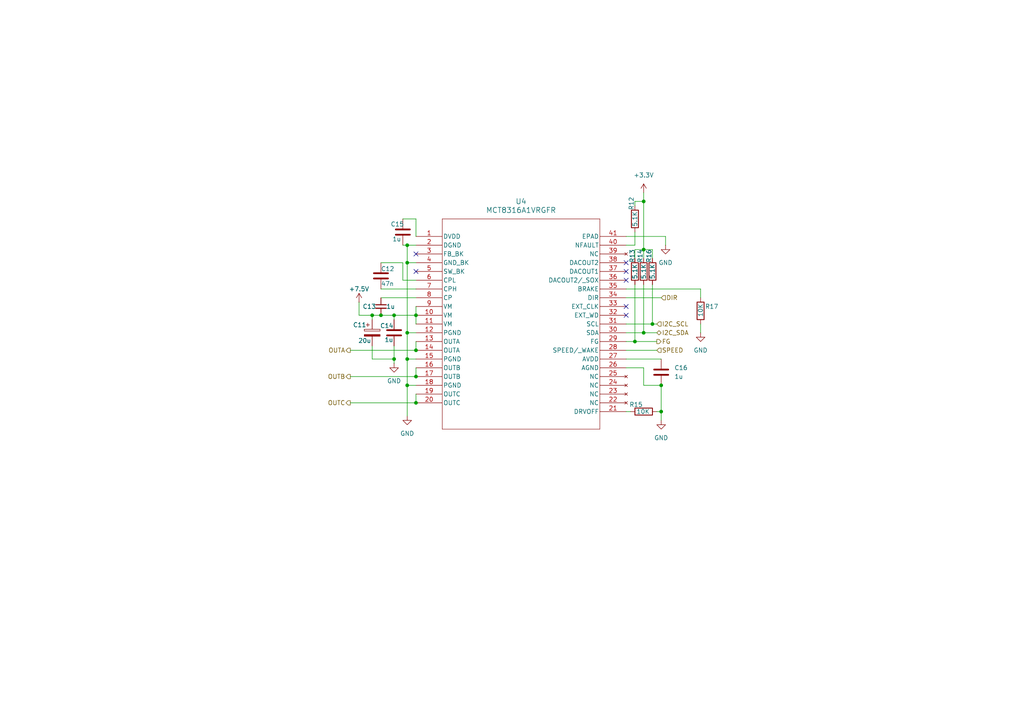
<source format=kicad_sch>
(kicad_sch (version 20231120) (generator "eeschema") (generator_version "8.0")
  (paper "A4")
  (lib_symbols
    (symbol "Device:C" (pin_numbers hide) (pin_names (offset 0.254))
      (property "Reference" "C" (at 0.635 2.54 0))
      (property "Value" "C" (at 0.635 -2.54 0))
      (symbol "C_0_1"
        (polyline (pts (xy -2.032 -0.762) (xy 2.032 -0.762)) (stroke (width 0.508)))
        (polyline (pts (xy -2.032 0.762) (xy 2.032 0.762)) (stroke (width 0.508)))
      )
      (symbol "C_1_1"
        (pin passive line (at 0 3.81 270) (length 2.794) (name "~") (number "1"))
        (pin passive line (at 0 -3.81 90) (length 2.794) (name "~") (number "2"))
      )
    )
    (symbol "Device:C_Polarized" (pin_numbers hide) (pin_names (offset 0.254))
      (property "Reference" "C" (at 0.635 2.54 0))
      (property "Value" "C_Polarized" (at 0.635 -2.54 0))
      (symbol "C_Polarized_0_1"
        (rectangle (start -2.286 0.508) (end 2.286 1.016))
        (polyline (pts (xy -1.778 2.286) (xy -0.762 2.286)))
        (polyline (pts (xy -1.27 2.794) (xy -1.27 1.778)))
        (rectangle (start 2.286 -0.508) (end -2.286 -1.016) (fill (type outline)))
      )
      (symbol "C_Polarized_1_1"
        (pin passive line (at 0 3.81 270) (length 2.794) (name "~") (number "1"))
        (pin passive line (at 0 -3.81 90) (length 2.794) (name "~") (number "2"))
      )
    )
    (symbol "Device:C_Small" (pin_numbers hide) (pin_names (offset 0.254) hide)
      (property "Reference" "C" (at 0.254 1.778 0))
      (property "Value" "C_Small" (at 0.254 -2.032 0))
      (symbol "C_Small_0_1"
        (polyline (pts (xy -1.524 -0.508) (xy 1.524 -0.508)) (stroke (width 0.3302)))
        (polyline (pts (xy -1.524 0.508) (xy 1.524 0.508)) (stroke (width 0.3048)))
      )
      (symbol "C_Small_1_1"
        (pin passive line (at 0 2.54 270) (length 2.032) (name "~") (number "1"))
        (pin passive line (at 0 -2.54 90) (length 2.032) (name "~") (number "2"))
      )
    )
    (symbol "Device:R" (pin_numbers hide) (pin_names (offset 0))
      (property "Reference" "R" (at 2.032 0 90))
      (property "Value" "R" (at 0 0 90))
      (symbol "R_0_1"
        (rectangle (start -1.016 -2.54) (end 1.016 2.54) (stroke (width 0.254)))
      )
      (symbol "R_1_1"
        (pin passive line (at 0 3.81 270) (length 1.27) (name "~") (number "1"))
        (pin passive line (at 0 -3.81 90) (length 1.27) (name "~") (number "2"))
      )
    )
    (symbol "MCT8316:MCT8316A1VRGFR" (pin_names (offset 0.254))
      (property "Reference" "U" (at 30.48 10.16 0))
      (property "Value" "MCT8316A1VRGFR" (at 30.48 7.62 0))
      (symbol "MCT8316A1VRGFR_0_1"
        (polyline (pts (xy 7.62 -55.88) (xy 53.34 -55.88)) (stroke (width 0.127)))
        (polyline (pts (xy 7.62 5.08) (xy 7.62 -55.88)) (stroke (width 0.127)))
        (polyline (pts (xy 53.34 -55.88) (xy 53.34 5.08)) (stroke (width 0.127)))
        (polyline (pts (xy 53.34 5.08) (xy 7.62 5.08)) (stroke (width 0.127)))
        (pin power_in line (at 0 0 0) (length 7.62) (name "DVDD") (number "1"))
        (pin input line (at 0 -22.86 0) (length 7.62) (name "VM") (number "10"))
        (pin input line (at 0 -25.4 0) (length 7.62) (name "VM") (number "11"))
        (pin power_out line (at 0 -27.94 0) (length 7.62) (name "PGND") (number "12"))
        (pin output line (at 0 -30.48 0) (length 7.62) (name "OUTA") (number "13"))
        (pin output line (at 0 -33.02 0) (length 7.62) (name "OUTA") (number "14"))
        (pin power_out line (at 0 -35.56 0) (length 7.62) (name "PGND") (number "15"))
        (pin output line (at 0 -38.1 0) (length 7.62) (name "OUTB") (number "16"))
        (pin output line (at 0 -40.64 0) (length 7.62) (name "OUTB") (number "17"))
        (pin power_out line (at 0 -43.18 0) (length 7.62) (name "PGND") (number "18"))
        (pin output line (at 0 -45.72 0) (length 7.62) (name "OUTC") (number "19"))
        (pin power_out line (at 0 -2.54 0) (length 7.62) (name "DGND") (number "2"))
        (pin output line (at 0 -48.26 0) (length 7.62) (name "OUTC") (number "20"))
        (pin input line (at 60.96 -50.8 180) (length 7.62) (name "DRVOFF") (number "21"))
        (pin no_connect line (at 60.96 -48.26 180) (length 7.62) (name "NC") (number "22"))
        (pin no_connect line (at 60.96 -45.72 180) (length 7.62) (name "NC") (number "23"))
        (pin no_connect line (at 60.96 -43.18 180) (length 7.62) (name "NC") (number "24"))
        (pin no_connect line (at 60.96 -40.64 180) (length 7.62) (name "NC") (number "25"))
        (pin power_out line (at 60.96 -38.1 180) (length 7.62) (name "AGND") (number "26"))
        (pin power_in line (at 60.96 -35.56 180) (length 7.62) (name "AVDD") (number "27"))
        (pin input line (at 60.96 -33.02 180) (length 7.62) (name "SPEED/_WAKE") (number "28"))
        (pin output line (at 60.96 -30.48 180) (length 7.62) (name "FG") (number "29"))
        (pin bidirectional line (at 0 -5.08 0) (length 7.62) (name "FB_BK") (number "3"))
        (pin bidirectional line (at 60.96 -27.94 180) (length 7.62) (name "SDA") (number "30"))
        (pin input line (at 60.96 -25.4 180) (length 7.62) (name "SCL") (number "31"))
        (pin input line (at 60.96 -22.86 180) (length 7.62) (name "EXT_WD") (number "32"))
        (pin input line (at 60.96 -20.32 180) (length 7.62) (name "EXT_CLK") (number "33"))
        (pin input line (at 60.96 -17.78 180) (length 7.62) (name "DIR") (number "34"))
        (pin input line (at 60.96 -15.24 180) (length 7.62) (name "BRAKE") (number "35"))
        (pin output line (at 60.96 -12.7 180) (length 7.62) (name "DACOUT2/_SOX") (number "36"))
        (pin output line (at 60.96 -10.16 180) (length 7.62) (name "DACOUT1") (number "37"))
        (pin output line (at 60.96 -7.62 180) (length 7.62) (name "DACOUT2") (number "38"))
        (pin no_connect line (at 60.96 -5.08 180) (length 7.62) (name "NC") (number "39"))
        (pin power_out line (at 0 -7.62 0) (length 7.62) (name "GND_BK") (number "4"))
        (pin output line (at 60.96 -2.54 180) (length 7.62) (name "NFAULT") (number "40"))
        (pin power_out line (at 60.96 0 180) (length 7.62) (name "EPAD") (number "41"))
        (pin power_in line (at 0 -10.16 0) (length 7.62) (name "SW_BK") (number "5"))
        (pin power_in line (at 0 -12.7 0) (length 7.62) (name "CPL") (number "6"))
        (pin power_in line (at 0 -15.24 0) (length 7.62) (name "CPH") (number "7"))
        (pin power_in line (at 0 -17.78 0) (length 7.62) (name "CP") (number "8"))
        (pin input line (at 0 -20.32 0) (length 7.62) (name "VM") (number "9"))
      )
    )
    (symbol "power:+3.3V" (power) (pin_numbers hide) (pin_names (offset 0) hide)
      (property "Value" "+3.3V" (at 0 3.556 0))
      (symbol "+3.3V_0_1"
        (polyline (pts (xy -0.762 1.27) (xy 0 2.54)))
        (polyline (pts (xy 0 0) (xy 0 2.54)))
        (polyline (pts (xy 0 2.54) (xy 0.762 1.27)))
      )
      (symbol "+3.3V_1_1"
        (pin power_in line (at 0 0 90) (length 0) (name "~") (number "1"))
      )
    )
    (symbol "power:+7.5V" (power) (pin_numbers hide) (pin_names (offset 0) hide)
      (property "Value" "+7.5V" (at 0 3.556 0))
      (symbol "+7.5V_0_1"
        (polyline (pts (xy -0.762 1.27) (xy 0 2.54)))
        (polyline (pts (xy 0 0) (xy 0 2.54)))
        (polyline (pts (xy 0 2.54) (xy 0.762 1.27)))
      )
      (symbol "+7.5V_1_1"
        (pin power_in line (at 0 0 90) (length 0) (name "~") (number "1"))
      )
    )
    (symbol "power:GND" (power) (pin_numbers hide) (pin_names (offset 0) hide)
      (property "Value" "GND" (at 0 -3.81 0))
      (symbol "GND_0_1"
        (polyline (pts (xy 0 0) (xy 0 -1.27) (xy 1.27 -1.27) (xy 0 -2.54) (xy -1.27 -1.27) (xy 0 -1.27)))
      )
      (symbol "GND_1_1"
        (pin power_in line (at 0 0 270) (length 0) (name "~") (number "1"))
      )
    )
  )
  (junction (at 118.11 71.12))
  (junction (at 186.69 72.39))
  (junction (at 118.11 96.52))
  (junction (at 184.15 99.06))
  (junction (at 120.65 109.22))
  (junction (at 114.3 104.14))
  (junction (at 118.11 76.2))
  (junction (at 114.3 91.44))
  (junction (at 110.49 91.44))
  (junction (at 186.69 58.42))
  (junction (at 120.65 116.84))
  (junction (at 189.23 93.98))
  (junction (at 186.69 96.52))
  (junction (at 120.65 91.44))
  (junction (at 120.65 101.6))
  (junction (at 191.77 119.38))
  (junction (at 191.77 111.76))
  (junction (at 118.11 104.14))
  (junction (at 107.95 91.44))
  (junction (at 118.11 111.76))
  (no_connect (at 181.61 91.44))
  (no_connect (at 181.61 76.2))
  (no_connect (at 181.61 78.74))
  (no_connect (at 181.61 81.28))
  (no_connect (at 120.65 73.66))
  (no_connect (at 181.61 88.9))
  (no_connect (at 120.65 78.74))
  (wire (pts (xy 110.49 91.44) (xy 107.95 91.44)))
  (wire (pts (xy 120.65 99.06) (xy 120.65 101.6)))
  (wire (pts (xy 120.65 88.9) (xy 120.65 91.44)))
  (wire (pts (xy 186.69 82.55) (xy 186.69 96.52)))
  (wire (pts (xy 114.3 91.44) (xy 110.49 91.44)))
  (wire (pts (xy 181.61 96.52) (xy 186.69 96.52)))
  (wire (pts (xy 120.65 81.28) (xy 116.84 81.28)))
  (wire (pts (xy 189.23 93.98) (xy 190.5 93.98)))
  (wire (pts (xy 107.95 104.14) (xy 114.3 104.14)))
  (wire (pts (xy 191.77 119.38) (xy 190.5 119.38)))
  (wire (pts (xy 189.23 72.39) (xy 186.69 72.39)))
  (wire (pts (xy 104.14 87.63) (xy 104.14 91.44)))
  (wire (pts (xy 191.77 119.38) (xy 191.77 121.92)))
  (wire (pts (xy 110.49 86.36) (xy 120.65 86.36)))
  (wire (pts (xy 120.65 68.58) (xy 120.65 63.5)))
  (wire (pts (xy 120.65 114.3) (xy 120.65 116.84)))
  (wire (pts (xy 101.6 101.6) (xy 120.65 101.6)))
  (wire (pts (xy 107.95 100.33) (xy 107.95 104.14)))
  (wire (pts (xy 186.69 58.42) (xy 186.69 72.39)))
  (wire (pts (xy 189.23 74.93) (xy 189.23 72.39)))
  (wire (pts (xy 193.04 68.58) (xy 193.04 71.12)))
  (wire (pts (xy 181.61 101.6) (xy 190.5 101.6)))
  (wire (pts (xy 116.84 71.12) (xy 118.11 71.12)))
  (wire (pts (xy 118.11 111.76) (xy 118.11 120.65)))
  (wire (pts (xy 181.61 83.82) (xy 203.2 83.82)))
  (wire (pts (xy 118.11 104.14) (xy 118.11 111.76)))
  (wire (pts (xy 120.65 96.52) (xy 118.11 96.52)))
  (wire (pts (xy 107.95 91.44) (xy 107.95 92.71)))
  (wire (pts (xy 186.69 74.93) (xy 186.69 72.39)))
  (wire (pts (xy 101.6 116.84) (xy 120.65 116.84)))
  (wire (pts (xy 118.11 96.52) (xy 118.11 104.14)))
  (wire (pts (xy 114.3 104.14) (xy 114.3 105.41)))
  (wire (pts (xy 181.61 86.36) (xy 191.77 86.36)))
  (wire (pts (xy 181.61 106.68) (xy 186.69 106.68)))
  (wire (pts (xy 110.49 76.2) (xy 116.84 76.2)))
  (wire (pts (xy 120.65 63.5) (xy 116.84 63.5)))
  (wire (pts (xy 118.11 71.12) (xy 118.11 76.2)))
  (wire (pts (xy 181.61 68.58) (xy 193.04 68.58)))
  (wire (pts (xy 114.3 91.44) (xy 114.3 92.71)))
  (wire (pts (xy 181.61 104.14) (xy 191.77 104.14)))
  (wire (pts (xy 184.15 71.12) (xy 184.15 67.31)))
  (wire (pts (xy 189.23 82.55) (xy 189.23 93.98)))
  (wire (pts (xy 184.15 82.55) (xy 184.15 99.06)))
  (wire (pts (xy 182.88 119.38) (xy 181.61 119.38)))
  (wire (pts (xy 203.2 83.82) (xy 203.2 86.36)))
  (wire (pts (xy 120.65 106.68) (xy 120.65 109.22)))
  (wire (pts (xy 184.15 58.42) (xy 186.69 58.42)))
  (wire (pts (xy 120.65 91.44) (xy 120.65 93.98)))
  (wire (pts (xy 114.3 100.33) (xy 114.3 104.14)))
  (wire (pts (xy 118.11 104.14) (xy 120.65 104.14)))
  (wire (pts (xy 186.69 111.76) (xy 191.77 111.76)))
  (wire (pts (xy 203.2 93.98) (xy 203.2 96.52)))
  (wire (pts (xy 118.11 71.12) (xy 120.65 71.12)))
  (wire (pts (xy 116.84 81.28) (xy 116.84 76.2)))
  (wire (pts (xy 181.61 99.06) (xy 184.15 99.06)))
  (wire (pts (xy 107.95 91.44) (xy 104.14 91.44)))
  (wire (pts (xy 120.65 91.44) (xy 114.3 91.44)))
  (wire (pts (xy 101.6 109.22) (xy 120.65 109.22)))
  (wire (pts (xy 110.49 83.82) (xy 120.65 83.82)))
  (wire (pts (xy 186.69 96.52) (xy 190.5 96.52)))
  (wire (pts (xy 120.65 76.2) (xy 118.11 76.2)))
  (wire (pts (xy 181.61 71.12) (xy 184.15 71.12)))
  (wire (pts (xy 184.15 72.39) (xy 184.15 74.93)))
  (wire (pts (xy 186.69 106.68) (xy 186.69 111.76)))
  (wire (pts (xy 186.69 55.88) (xy 186.69 58.42)))
  (wire (pts (xy 118.11 76.2) (xy 118.11 96.52)))
  (wire (pts (xy 181.61 93.98) (xy 189.23 93.98)))
  (wire (pts (xy 186.69 72.39) (xy 184.15 72.39)))
  (wire (pts (xy 118.11 111.76) (xy 120.65 111.76)))
  (wire (pts (xy 184.15 58.42) (xy 184.15 59.69)))
  (wire (pts (xy 191.77 111.76) (xy 191.77 119.38)))
  (wire (pts (xy 184.15 99.06) (xy 190.5 99.06)))
  (hierarchical_label "OUTC" (shape output) (at 101.6 116.84 180))
  (hierarchical_label "DIR" (shape input) (at 191.77 86.36 0))
  (hierarchical_label "I2C_SDA" (shape bidirectional) (at 190.5 96.52 0))
  (hierarchical_label "OUTA" (shape output) (at 101.6 101.6 180))
  (hierarchical_label "FG" (shape output) (at 190.5 99.06 0))
  (hierarchical_label "I2C_SCL" (shape input) (at 190.5 93.98 0))
  (hierarchical_label "SPEED" (shape input) (at 190.5 101.6 0))
  (hierarchical_label "OUTB" (shape output) (at 101.6 109.22 180))
  (symbol (lib_id "power:+3.3V") (at 186.69 55.88 0) (unit 1)
    (property "Reference" "#PWR028" (effects (hide yes)))
    (property "Value" "+3.3V" (at 186.69 50.8 0))
    (property "Description" "Power symbol creates a global label with name \"+3.3V\"" (effects (hide yes)))
    (instances (project "Main System" (path "" (reference "#PWR028") (unit 1)) (path "" (reference "#PWR035") (unit 1))))
  )
  (symbol (lib_id "Device:C_Small") (at 110.49 88.9 0) (unit 1)
    (property "Reference" "C13" (at 105.156 88.9 0) (effects (justify left)))
    (property "Value" "1u" (at 112.014 88.9 0) (effects (justify left)))
    (property "Description" "Unpolarized capacitor, small symbol" (effects (hide yes)))
    (instances (project "Main System" (path "" (reference "C13") (unit 1)) (path "" (reference "C19") (unit 1))))
  )
  (symbol (lib_id "Device:R") (at 203.2 90.17 0) (unit 1)
    (property "Reference" "R17" (at 204.47 88.9 0) (effects (justify left)))
    (property "Value" "10K" (at 203.2 91.948 90) (effects (justify left)))
    (property "Description" "Resistor" (effects (hide yes)))
    (instances (project "Main System" (path "" (reference "R17") (unit 1)) (path "" (reference "R23") (unit 1))))
  )
  (symbol (lib_id "power:GND") (at 193.04 71.12 0) (unit 1)
    (property "Reference" "#PWR030" (effects (hide yes)))
    (property "Value" "GND" (at 193.04 76.2 0))
    (property "Description" "Power symbol creates a global label with name \"GND\" , ground" (effects (hide yes)))
    (instances (project "Main System" (path "" (reference "#PWR030") (unit 1)) (path "" (reference "#PWR037") (unit 1))))
  )
  (symbol (lib_id "Device:R") (at 184.15 78.74 0) (unit 1)
    (property "Reference" "R13" (at 183.388 76.2 90) (effects (justify left)))
    (property "Value" "5.1K" (at 184.15 81.026 90) (effects (justify left)))
    (property "Description" "Resistor" (effects (hide yes)))
    (instances (project "Main System" (path "" (reference "R13") (unit 1)) (path "" (reference "R19") (unit 1))))
  )
  (symbol (lib_id "power:GND") (at 118.11 120.65 0) (unit 1)
    (property "Reference" "#PWR020" (effects (hide yes)))
    (property "Value" "GND" (at 118.11 125.73 0))
    (property "Description" "Power symbol creates a global label with name \"GND\" , ground" (effects (hide yes)))
    (instances (project "Main System" (path "" (reference "#PWR027") (unit 1)) (path "" (reference "#PWR034") (unit 1)) (path "" (reference "#PWR020") (unit 1))))
  )
  (symbol (lib_id "Device:C") (at 114.3 96.52 0) (unit 1)
    (property "Reference" "C14" (at 110.236 94.488 0) (effects (justify left)))
    (property "Value" "1u" (at 111.506 98.552 0) (effects (justify left)))
    (property "Description" "Unpolarized capacitor" (effects (hide yes)))
    (instances (project "Main System" (path "" (reference "C14") (unit 1)) (path "" (reference "C20") (unit 1))))
  )
  (symbol (lib_id "Device:R") (at 186.69 119.38 90) (unit 1)
    (property "Reference" "R7" (at 186.436 117.348 90) (effects (justify left)))
    (property "Value" "10K" (at 188.468 119.38 90) (effects (justify left)))
    (property "Description" "Resistor" (effects (hide yes)))
    (instances (project "Main System" (path "" (reference "R15") (unit 1)) (path "" (reference "R21") (unit 1)) (path "" (reference "R7") (unit 1))))
  )
  (symbol (lib_id "power:GND") (at 203.2 96.52 0) (unit 1)
    (property "Reference" "#PWR031" (effects (hide yes)))
    (property "Value" "GND" (at 203.2 101.6 0))
    (property "Description" "Power symbol creates a global label with name \"GND\" , ground" (effects (hide yes)))
    (instances (project "Main System" (path "" (reference "#PWR031") (unit 1)) (path "" (reference "#PWR038") (unit 1))))
  )
  (symbol (lib_id "Device:C") (at 110.49 80.01 0) (unit 1)
    (property "Reference" "C12" (at 110.49 77.978 0) (effects (justify left)))
    (property "Value" "47n" (at 110.49 82.296 0) (effects (justify left)))
    (property "Description" "Unpolarized capacitor" (effects (hide yes)))
    (instances (project "Main System" (path "" (reference "C12") (unit 1)) (path "" (reference "C18") (unit 1))))
  )
  (symbol (lib_id "Device:C_Polarized") (at 107.95 96.52 0) (unit 1)
    (property "Reference" "C11" (at 102.362 94.234 0) (effects (justify left)))
    (property "Value" "20u" (at 103.886 98.806 0) (effects (justify left)))
    (property "Description" "Polarized capacitor" (effects (hide yes)))
    (instances (project "Main System" (path "" (reference "C11") (unit 1)) (path "" (reference "C17") (unit 1))))
  )
  (symbol (lib_id "Device:R") (at 189.23 78.74 0) (unit 1)
    (property "Reference" "R11" (at 188.214 76.2 90) (effects (justify left)))
    (property "Value" "5.1K" (at 189.23 81.026 90) (effects (justify left)))
    (property "Description" "Resistor" (effects (hide yes)))
    (instances (project "Main System" (path "" (reference "R16") (unit 1)) (path "" (reference "R22") (unit 1)) (path "" (reference "R11") (unit 1))))
  )
  (symbol (lib_id "Device:C") (at 191.77 107.95 0) (unit 1)
    (property "Reference" "C8" (at 195.58 106.6799 0) (effects (justify left)))
    (property "Value" "1u" (at 195.58 109.2199 0) (effects (justify left)))
    (property "Description" "Unpolarized capacitor" (effects (hide yes)))
    (instances (project "Main System" (path "" (reference "C16") (unit 1)) (path "" (reference "C22") (unit 1)) (path "" (reference "C8") (unit 1))))
  )
  (symbol (lib_id "power:GND") (at 191.77 121.92 0) (unit 1)
    (property "Reference" "#PWR021" (effects (hide yes)))
    (property "Value" "GND" (at 191.77 127 0))
    (property "Description" "Power symbol creates a global label with name \"GND\" , ground" (effects (hide yes)))
    (instances (project "Main System" (path "" (reference "#PWR029") (unit 1)) (path "" (reference "#PWR036") (unit 1)) (path "" (reference "#PWR021") (unit 1))))
  )
  (symbol (lib_id "power:+7.5V") (at 104.14 87.63 0) (unit 1)
    (property "Reference" "#PWR025" (effects (hide yes)))
    (property "Value" "+7.5V" (at 104.14 83.82 0))
    (property "Description" "Power symbol creates a global label with name \"+7.5V\"" (effects (hide yes)))
    (instances (project "Main System" (path "" (reference "#PWR025") (unit 1)) (path "" (reference "#PWR032") (unit 1))))
  )
  (symbol (lib_id "Device:C") (at 116.84 67.31 0) (unit 1)
    (property "Reference" "C7" (at 113.284 65.024 0) (effects (justify left)))
    (property "Value" "1u" (at 113.792 69.342 0) (effects (justify left)))
    (property "Description" "Unpolarized capacitor" (effects (hide yes)))
    (instances (project "Main System" (path "" (reference "C15") (unit 1)) (path "" (reference "C21") (unit 1)) (path "" (reference "C7") (unit 1))))
  )
  (symbol (lib_id "MCT8316:MCT8316A1VRGFR") (at 120.65 68.58 0) (unit 1)
    (property "Reference" "U5" (at 151.13 58.42 0) (effects (font (size 1.524 1.524))))
    (property "Value" "MCT8316A1VRGFR" (at 151.13 60.96 0) (effects (font (size 1.524 1.524))))
    (property "Footprint" "VQFN40_RGF_TEX" (effects (hide yes)))
    (property "Datasheet" "MCT8316A1VRGFR" (effects (hide yes)))
    (instances (project "Main System" (path "" (reference "U4") (unit 1)) (path "" (reference "U6") (unit 1)) (path "" (reference "U5") (unit 1))))
  )
  (symbol (lib_id "Device:R") (at 184.15 63.5 0) (unit 1)
    (property "Reference" "R9" (at 183.134 60.96 90) (effects (justify left)))
    (property "Value" "5.1K" (at 184.15 65.786 90) (effects (justify left)))
    (property "Description" "Resistor" (effects (hide yes)))
    (instances (project "Main System" (path "" (reference "R12") (unit 1)) (path "" (reference "R18") (unit 1)) (path "" (reference "R9") (unit 1))))
  )
  (symbol (lib_id "Device:R") (at 186.69 78.74 0) (unit 1)
    (property "Reference" "R10" (at 185.674 76.2 90) (effects (justify left)))
    (property "Value" "5.1K" (at 186.69 81.026 90) (effects (justify left)))
    (property "Description" "Resistor" (effects (hide yes)))
    (instances (project "Main System" (path "" (reference "R14") (unit 1)) (path "" (reference "R20") (unit 1)) (path "" (reference "R10") (unit 1))))
  )
  (symbol (lib_id "power:GND") (at 114.3 105.41 0) (unit 1)
    (property "Reference" "#PWR026" (effects (hide yes)))
    (property "Value" "GND" (at 114.3 110.49 0))
    (property "Description" "Power symbol creates a global label with name \"GND\" , ground" (effects (hide yes)))
    (instances (project "Main System" (path "" (reference "#PWR026") (unit 1)) (path "" (reference "#PWR033") (unit 1))))
  )
)
</source>
